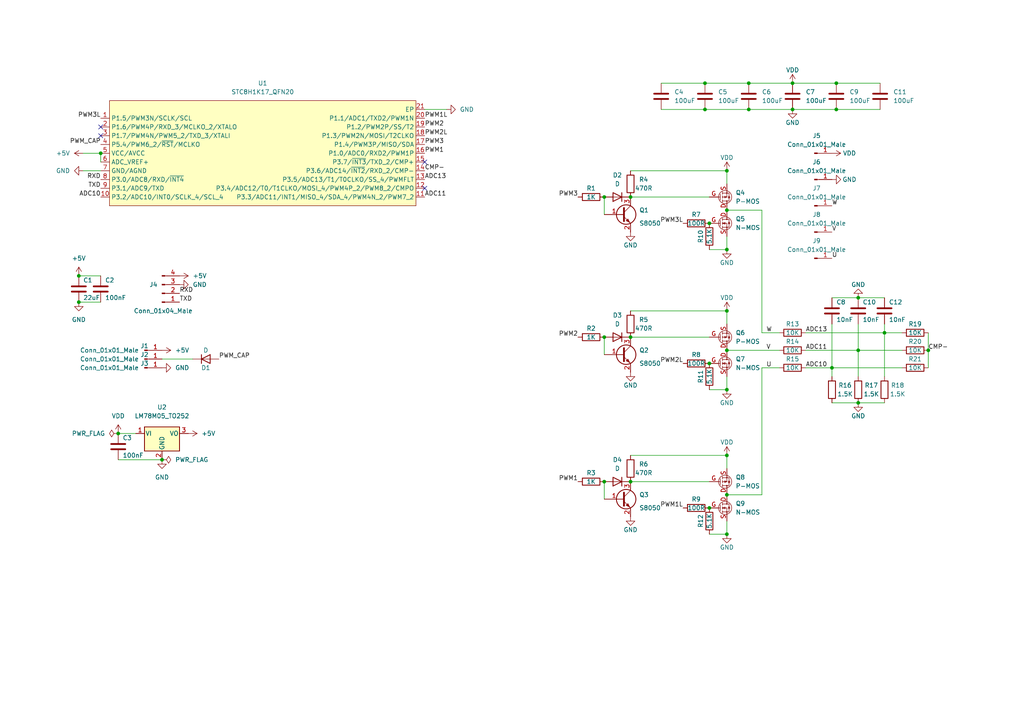
<source format=kicad_sch>
(kicad_sch (version 20211123) (generator eeschema)
  (paper "A4")
  (lib_symbols
    (symbol "Connector:Conn_01x01_Male" (pin_names (offset 1.016) hide)
      (property "Reference" "J" (at 0 2.54 0))
      (property "Value" "Conn_01x01_Male" (at 0 -2.54 0))
      (symbol "Conn_01x01_Male_1_1"
        (polyline (pts (xy 1.27 0) (xy 0.8636 0)) (stroke (width 0.1524)))
        (rectangle (start 0.8636 0.127) (end 0 -0.127) (stroke (width 0.1524)) (fill (type outline)))
        (pin passive line (at 5.08 0 180) (length 3.81) (name "Pin_1") (number "1"))
      )
    )
    (symbol "Connector:Conn_01x04_Male" (pin_names (offset 1.016) hide)
      (property "Reference" "J" (at 0 5.08 0))
      (property "Value" "Conn_01x04_Male" (at 0 -7.62 0))
      (symbol "Conn_01x04_Male_1_1"
        (polyline (pts (xy 1.27 -5.08) (xy 0.8636 -5.08)) (stroke (width 0.1524)))
        (polyline (pts (xy 1.27 -2.54) (xy 0.8636 -2.54)) (stroke (width 0.1524)))
        (polyline (pts (xy 1.27 0) (xy 0.8636 0)) (stroke (width 0.1524)))
        (polyline (pts (xy 1.27 2.54) (xy 0.8636 2.54)) (stroke (width 0.1524)))
        (rectangle (start 0.8636 -4.953) (end 0 -5.207) (stroke (width 0.1524)) (fill (type outline)))
        (rectangle (start 0.8636 -2.413) (end 0 -2.667) (stroke (width 0.1524)) (fill (type outline)))
        (rectangle (start 0.8636 0.127) (end 0 -0.127) (stroke (width 0.1524)) (fill (type outline)))
        (rectangle (start 0.8636 2.667) (end 0 2.413) (stroke (width 0.1524)) (fill (type outline)))
        (pin passive line (at 5.08 2.54 180) (length 3.81) (name "Pin_1") (number "1"))
        (pin passive line (at 5.08 0 180) (length 3.81) (name "Pin_2") (number "2"))
        (pin passive line (at 5.08 -2.54 180) (length 3.81) (name "Pin_3") (number "3"))
        (pin passive line (at 5.08 -5.08 180) (length 3.81) (name "Pin_4") (number "4"))
      )
    )
    (symbol "Del_Schlib:N-MOS" (pin_names hide)
      (property "Reference" "Q" (at 3.302 3.175 0))
      (property "Value" "N-MOS" (at 5.588 -2.54 0))
      (symbol "N-MOS_0_1"
        (polyline (pts (xy -1.27 0) (xy -0.635 0)))
        (polyline (pts (xy -0.635 0.889) (xy -0.635 -0.889)))
        (polyline (pts (xy 0 -0.762) (xy 0 -1.524)))
        (polyline (pts (xy 0 0.381) (xy 0 -0.381)))
        (polyline (pts (xy 0 1.524) (xy 0 0.762)))
        (polyline (pts (xy 1.27 -1.143) (xy 0 -1.143)))
        (polyline (pts (xy 1.27 1.143) (xy 0 1.143)))
        (polyline (pts (xy 1.651 0.254) (xy 2.159 0.254)))
        (polyline (pts (xy 1.27 -1.143) (xy 1.27 0) (xy 0 0)))
        (polyline (pts (xy 0 0) (xy 0.762 0.254) (xy 0.762 -0.254) (xy 0 0)))
        (polyline (pts (xy 1.27 -1.143) (xy 1.905 -1.143) (xy 1.905 1.143) (xy 1.27 1.143)))
        (polyline (pts (xy 1.905 0.254) (xy 1.651 -0.127) (xy 2.159 -0.127) (xy 1.905 0.254)))
        (circle (center 0.762 0) (radius 1.905))
        (circle (center 1.27 -1.143) (radius 0.127))
        (circle (center 1.27 1.143) (radius 0.127))
      )
      (symbol "N-MOS_1_1"
        (pin bidirectional line (at 1.27 3.81 270) (length 2.54) (name "D") (number "D"))
        (pin bidirectional line (at -3.81 0 0) (length 2.54) (name "G") (number "G"))
        (pin bidirectional line (at 1.27 -3.81 90) (length 2.54) (name "S") (number "S"))
      )
    )
    (symbol "Del_Schlib:P-MOS" (pin_names hide)
      (property "Reference" "Q" (at 3.302 3.175 0))
      (property "Value" "P-MOS" (at 5.588 -2.54 0))
      (symbol "P-MOS_0_1"
        (polyline (pts (xy -1.27 0) (xy -0.635 0)))
        (polyline (pts (xy -0.635 0.889) (xy -0.635 -0.889)))
        (polyline (pts (xy 0 -0.762) (xy 0 -1.524)))
        (polyline (pts (xy 0 0.381) (xy 0 -0.381)))
        (polyline (pts (xy 0 1.524) (xy 0 0.762)))
        (polyline (pts (xy 1.27 -1.143) (xy 0 -1.143)))
        (polyline (pts (xy 1.27 1.143) (xy 0 1.143)))
        (polyline (pts (xy 1.651 -0.127) (xy 2.159 -0.127)))
        (polyline (pts (xy 1.27 -1.143) (xy 1.27 0) (xy 0 0)))
        (polyline (pts (xy 1.27 -1.143) (xy 1.905 -1.143) (xy 1.905 1.143) (xy 1.27 1.143)))
        (polyline (pts (xy 1.27 0) (xy 0.635 0.254) (xy 0.635 -0.254) (xy 1.27 0)))
        (polyline (pts (xy 1.905 -0.127) (xy 1.651 0.254) (xy 2.159 0.254) (xy 1.905 -0.127)))
        (circle (center 0.762 0) (radius 1.905))
        (circle (center 1.27 -1.143) (radius 0.127))
        (circle (center 1.27 1.143) (radius 0.127))
      )
      (symbol "P-MOS_1_1"
        (pin bidirectional line (at 1.27 3.81 270) (length 2.54) (name "D") (number "D"))
        (pin bidirectional line (at -3.81 0 0) (length 2.54) (name "G") (number "G"))
        (pin bidirectional line (at 1.27 -3.81 90) (length 2.54) (name "S") (number "S"))
      )
    )
    (symbol "Del_Schlib:STC8H1K17_QFN20"
      (property "Reference" "U" (at 1.27 1.27 0))
      (property "Value" "STC8H1K17_QFN20" (at 78.74 1.27 0))
      (symbol "STC8H1K17_QFN20_0_1"
        (rectangle (start 0 0) (end 88.9 -30.48) (fill (type background)))
      )
      (symbol "STC8H1K17_QFN20_1_1"
        (pin bidirectional line (at -2.54 -5.08 0) (length 2.54) (name "P1.5/PWM3N/SCLK/SCL") (number "1"))
        (pin bidirectional line (at -2.54 -27.94 0) (length 2.54) (name "P3.2/ADC10/INT0/SCLK_4/SCL_4") (number "10"))
        (pin bidirectional line (at 91.44 -27.94 180) (length 2.54) (name "P3.3/ADC11/INT1/MISO_4/SDA_4/PWM4N_2/PWM7_2") (number "11"))
        (pin bidirectional line (at 91.44 -25.4 180) (length 2.54) (name "P3.4/ADC12/T0/T1CLKO/MOSI_4/PWM4P_2/PWM8_2/CMPO") (number "12"))
        (pin bidirectional line (at 91.44 -22.86 180) (length 2.54) (name "P3.5/ADC13/T1/T0CLKO/SS_4/PWMFLT") (number "13"))
        (pin bidirectional line (at 91.44 -20.32 180) (length 2.54) (name "P3.6/ADC14/~{INT2}/RXD_2/CMP-") (number "14"))
        (pin bidirectional line (at 91.44 -17.78 180) (length 2.54) (name "P3.7/~{INT3}/TXD_2/CMP+") (number "15"))
        (pin bidirectional line (at 91.44 -15.24 180) (length 2.54) (name "P1.0/ADC0/RXD2/PWM1P") (number "16"))
        (pin bidirectional line (at 91.44 -12.7 180) (length 2.54) (name "P1.4/PWM3P/MISO/SDA") (number "17"))
        (pin bidirectional line (at 91.44 -10.16 180) (length 2.54) (name "P1.3/PWM2N/MOSI/T2CLKO") (number "18"))
        (pin bidirectional line (at 91.44 -7.62 180) (length 2.54) (name "P1.2/PWM2P/SS/T2") (number "19"))
        (pin bidirectional line (at -2.54 -7.62 0) (length 2.54) (name "P1.6/PWM4P/RXD_3/MCLKO_2/XTALO") (number "2"))
        (pin bidirectional line (at 91.44 -5.08 180) (length 2.54) (name "P1.1/ADC1/TXD2/PWM1N") (number "20"))
        (pin power_in line (at 91.44 -2.54 180) (length 2.54) (name "EP") (number "21"))
        (pin bidirectional line (at -2.54 -10.16 0) (length 2.54) (name "P1.7/PWM4N/PWM5_2/TXD_3/XTALI") (number "3"))
        (pin bidirectional line (at -2.54 -12.7 0) (length 2.54) (name "P5.4/PWM6_2/~{RST}/MCLKO") (number "4"))
        (pin power_in line (at -2.54 -15.24 0) (length 2.54) (name "VCC/AVCC") (number "5"))
        (pin input line (at -2.54 -17.78 0) (length 2.54) (name "ADC_VREF+") (number "6"))
        (pin power_in line (at -2.54 -20.32 0) (length 2.54) (name "GND/AGND") (number "7"))
        (pin bidirectional line (at -2.54 -22.86 0) (length 2.54) (name "P3.0/ADC8/RXD/~{INT4}") (number "8"))
        (pin bidirectional line (at -2.54 -25.4 0) (length 2.54) (name "P3.1/ADC9/TXD") (number "9"))
      )
    )
    (symbol "Device:C" (pin_numbers hide) (pin_names (offset 0.254))
      (property "Reference" "C" (at 0.635 2.54 0))
      (property "Value" "C" (at 0.635 -2.54 0))
      (symbol "C_0_1"
        (polyline (pts (xy -2.032 -0.762) (xy 2.032 -0.762)) (stroke (width 0.508)))
        (polyline (pts (xy -2.032 0.762) (xy 2.032 0.762)) (stroke (width 0.508)))
      )
      (symbol "C_1_1"
        (pin passive line (at 0 3.81 270) (length 2.794) (name "~") (number "1"))
        (pin passive line (at 0 -3.81 90) (length 2.794) (name "~") (number "2"))
      )
    )
    (symbol "Device:D" (pin_numbers hide) (pin_names (offset 1.016) hide)
      (property "Reference" "D" (at 0 2.54 0))
      (property "Value" "D" (at 0 -2.54 0))
      (symbol "D_0_1"
        (polyline (pts (xy -1.27 1.27) (xy -1.27 -1.27)) (stroke (width 0.254)))
        (polyline (pts (xy 1.27 0) (xy -1.27 0)))
        (polyline (pts (xy 1.27 1.27) (xy 1.27 -1.27) (xy -1.27 0) (xy 1.27 1.27)) (stroke (width 0.254)))
      )
      (symbol "D_1_1"
        (pin passive line (at -3.81 0 0) (length 2.54) (name "K") (number "1"))
        (pin passive line (at 3.81 0 180) (length 2.54) (name "A") (number "2"))
      )
    )
    (symbol "Device:Q_NPN_BEC" (pin_names (offset 0) hide)
      (property "Reference" "Q" (at 5.08 1.27 0))
      (property "Value" "Q_NPN_BEC" (at 5.08 -1.27 0))
      (symbol "Q_NPN_BEC_0_1"
        (polyline (pts (xy 0.635 0.635) (xy 2.54 2.54)))
        (polyline (pts (xy 0.635 -0.635) (xy 2.54 -2.54) (xy 2.54 -2.54)))
        (polyline (pts (xy 0.635 1.905) (xy 0.635 -1.905) (xy 0.635 -1.905)) (stroke (width 0.508)))
        (polyline (pts (xy 1.27 -1.778) (xy 1.778 -1.27) (xy 2.286 -2.286) (xy 1.27 -1.778) (xy 1.27 -1.778)) (fill (type outline)))
        (circle (center 1.27 0) (radius 2.8194) (stroke (width 0.254)))
      )
      (symbol "Q_NPN_BEC_1_1"
        (pin input line (at -5.08 0 0) (length 5.715) (name "B") (number "1"))
        (pin passive line (at 2.54 -5.08 90) (length 2.54) (name "E") (number "2"))
        (pin passive line (at 2.54 5.08 270) (length 2.54) (name "C") (number "3"))
      )
    )
    (symbol "Device:R" (pin_numbers hide) (pin_names (offset 0))
      (property "Reference" "R" (at 2.032 0 90))
      (property "Value" "R" (at 0 0 90))
      (symbol "R_0_1"
        (rectangle (start -1.016 -2.54) (end 1.016 2.54) (stroke (width 0.254)))
      )
      (symbol "R_1_1"
        (pin passive line (at 0 3.81 270) (length 1.27) (name "~") (number "1"))
        (pin passive line (at 0 -3.81 90) (length 1.27) (name "~") (number "2"))
      )
    )
    (symbol "Regulator_Linear:LM78M05_TO252" (pin_names (offset 0.254))
      (property "Reference" "U" (at -3.81 3.175 0))
      (property "Value" "LM78M05_TO252" (at 0 3.175 0))
      (symbol "LM78M05_TO252_0_1"
        (rectangle (start -5.08 1.905) (end 5.08 -5.08) (stroke (width 0.254)) (fill (type background)))
      )
      (symbol "LM78M05_TO252_1_1"
        (pin power_in line (at -7.62 0 0) (length 2.54) (name "VI") (number "1"))
        (pin power_in line (at 0 -7.62 90) (length 2.54) (name "GND") (number "2"))
        (pin power_out line (at 7.62 0 180) (length 2.54) (name "VO") (number "3"))
      )
    )
    (symbol "power:+5V" (power) (pin_names (offset 0))
      (property "Value" "+5V" (at 0 3.556 0))
      (symbol "+5V_0_1"
        (polyline (pts (xy -0.762 1.27) (xy 0 2.54)))
        (polyline (pts (xy 0 0) (xy 0 2.54)))
        (polyline (pts (xy 0 2.54) (xy 0.762 1.27)))
      )
      (symbol "+5V_1_1"
        (pin power_in line (at 0 0 90) (length 0) hide (name "+5V") (number "1"))
      )
    )
    (symbol "power:GND" (power) (pin_names (offset 0))
      (property "Value" "GND" (at 0 -3.81 0))
      (symbol "GND_0_1"
        (polyline (pts (xy 0 0) (xy 0 -1.27) (xy 1.27 -1.27) (xy 0 -2.54) (xy -1.27 -1.27) (xy 0 -1.27)))
      )
      (symbol "GND_1_1"
        (pin power_in line (at 0 0 270) (length 0) hide (name "GND") (number "1"))
      )
    )
    (symbol "power:PWR_FLAG" (power) (pin_numbers hide) (pin_names (offset 0) hide)
      (property "Value" "PWR_FLAG" (at 0 3.81 0))
      (symbol "PWR_FLAG_0_0"
        (pin power_out line (at 0 0 90) (length 0) (name "pwr") (number "1"))
      )
      (symbol "PWR_FLAG_0_1"
        (polyline (pts (xy 0 0) (xy 0 1.27) (xy -1.016 1.905) (xy 0 2.54) (xy 1.016 1.905) (xy 0 1.27)))
      )
    )
    (symbol "power:VDD" (power) (pin_names (offset 0))
      (property "Value" "VDD" (at 0 3.81 0))
      (symbol "VDD_0_1"
        (polyline (pts (xy -0.762 1.27) (xy 0 2.54)))
        (polyline (pts (xy 0 0) (xy 0 2.54)))
        (polyline (pts (xy 0 2.54) (xy 0.762 1.27)))
      )
      (symbol "VDD_1_1"
        (pin power_in line (at 0 0 90) (length 0) hide (name "VDD") (number "1"))
      )
    )
  )
  (junction (at 210.82 113.03))
  (junction (at 269.24 101.6))
  (junction (at 242.57 31.75))
  (junction (at 205.74 105.41))
  (junction (at 210.82 154.94))
  (junction (at 242.57 24.13))
  (junction (at 182.88 139.7))
  (junction (at 229.87 24.13))
  (junction (at 204.47 31.75))
  (junction (at 256.54 96.52))
  (junction (at 22.86 87.63))
  (junction (at 46.99 133.35))
  (junction (at 22.86 80.01))
  (junction (at 205.74 64.77))
  (junction (at 205.74 147.32))
  (junction (at 248.92 101.6))
  (junction (at 175.26 97.79))
  (junction (at 248.92 116.84))
  (junction (at 29.21 44.45))
  (junction (at 210.82 49.53))
  (junction (at 217.17 24.13))
  (junction (at 210.82 101.6))
  (junction (at 210.82 143.51))
  (junction (at 34.29 125.73))
  (junction (at 175.26 57.15))
  (junction (at 241.3 106.68))
  (junction (at 210.82 60.96))
  (junction (at 182.88 97.79))
  (junction (at 217.17 31.75))
  (junction (at 210.82 90.17))
  (junction (at 210.82 72.39))
  (junction (at 229.87 31.75))
  (junction (at 248.92 86.36))
  (junction (at 204.47 24.13))
  (junction (at 175.26 139.7))
  (junction (at 210.82 132.08))
  (junction (at 182.88 57.15))
  (no_connect (at 123.19 54.61))
  (no_connect (at 29.21 36.83))
  (no_connect (at 29.21 39.37))
  (no_connect (at 123.19 46.99))
  (wire (pts (xy 191.77 24.13) (xy 204.47 24.13)))
  (wire (pts (xy 210.82 132.08) (xy 210.82 135.89)))
  (wire (pts (xy 205.74 154.94) (xy 210.82 154.94)))
  (wire (pts (xy 175.26 57.15) (xy 175.26 62.23)))
  (wire (pts (xy 210.82 113.03) (xy 210.82 109.22)))
  (wire (pts (xy 210.82 101.6) (xy 226.06 101.6)))
  (wire (pts (xy 220.98 60.96) (xy 220.98 96.52)))
  (wire (pts (xy 241.3 106.68) (xy 241.3 109.22)))
  (wire (pts (xy 182.88 139.7) (xy 205.74 139.7)))
  (wire (pts (xy 256.54 96.52) (xy 261.62 96.52)))
  (wire (pts (xy 210.82 60.96) (xy 220.98 60.96)))
  (wire (pts (xy 191.77 31.75) (xy 204.47 31.75)))
  (wire (pts (xy 205.74 113.03) (xy 210.82 113.03)))
  (wire (pts (xy 22.86 80.01) (xy 29.21 80.01)))
  (wire (pts (xy 220.98 106.68) (xy 226.06 106.68)))
  (wire (pts (xy 204.47 31.75) (xy 217.17 31.75)))
  (wire (pts (xy 22.86 87.63) (xy 29.21 87.63)))
  (wire (pts (xy 182.88 90.17) (xy 210.82 90.17)))
  (wire (pts (xy 233.68 106.68) (xy 241.3 106.68)))
  (wire (pts (xy 248.92 101.6) (xy 248.92 109.22)))
  (wire (pts (xy 29.21 44.45) (xy 29.21 46.99)))
  (wire (pts (xy 182.88 49.53) (xy 210.82 49.53)))
  (wire (pts (xy 248.92 116.84) (xy 256.54 116.84)))
  (wire (pts (xy 248.92 93.98) (xy 248.92 101.6)))
  (wire (pts (xy 233.68 96.52) (xy 256.54 96.52)))
  (wire (pts (xy 123.19 31.75) (xy 129.54 31.75)))
  (wire (pts (xy 220.98 143.51) (xy 220.98 106.68)))
  (wire (pts (xy 24.13 44.45) (xy 29.21 44.45)))
  (wire (pts (xy 241.3 106.68) (xy 261.62 106.68)))
  (wire (pts (xy 241.3 93.98) (xy 241.3 106.68)))
  (wire (pts (xy 205.74 72.39) (xy 210.82 72.39)))
  (wire (pts (xy 210.82 143.51) (xy 220.98 143.51)))
  (wire (pts (xy 217.17 24.13) (xy 229.87 24.13)))
  (wire (pts (xy 204.47 24.13) (xy 217.17 24.13)))
  (wire (pts (xy 248.92 101.6) (xy 261.62 101.6)))
  (wire (pts (xy 182.88 57.15) (xy 205.74 57.15)))
  (wire (pts (xy 256.54 93.98) (xy 256.54 96.52)))
  (wire (pts (xy 210.82 49.53) (xy 210.82 53.34)))
  (wire (pts (xy 241.3 86.36) (xy 248.92 86.36)))
  (wire (pts (xy 210.82 72.39) (xy 210.82 68.58)))
  (wire (pts (xy 269.24 96.52) (xy 269.24 101.6)))
  (wire (pts (xy 229.87 24.13) (xy 242.57 24.13)))
  (wire (pts (xy 24.13 49.53) (xy 29.21 49.53)))
  (wire (pts (xy 242.57 31.75) (xy 255.27 31.75)))
  (wire (pts (xy 210.82 154.94) (xy 210.82 151.13)))
  (wire (pts (xy 182.88 132.08) (xy 210.82 132.08)))
  (wire (pts (xy 210.82 90.17) (xy 210.82 93.98)))
  (wire (pts (xy 233.68 101.6) (xy 248.92 101.6)))
  (wire (pts (xy 241.3 116.84) (xy 248.92 116.84)))
  (wire (pts (xy 220.98 96.52) (xy 226.06 96.52)))
  (wire (pts (xy 242.57 24.13) (xy 255.27 24.13)))
  (wire (pts (xy 175.26 97.79) (xy 175.26 102.87)))
  (wire (pts (xy 34.29 125.73) (xy 39.37 125.73)))
  (wire (pts (xy 248.92 86.36) (xy 256.54 86.36)))
  (wire (pts (xy 217.17 31.75) (xy 229.87 31.75)))
  (wire (pts (xy 175.26 139.7) (xy 175.26 144.78)))
  (wire (pts (xy 229.87 31.75) (xy 242.57 31.75)))
  (wire (pts (xy 46.99 104.14) (xy 55.88 104.14)))
  (wire (pts (xy 182.88 97.79) (xy 205.74 97.79)))
  (wire (pts (xy 256.54 96.52) (xy 256.54 109.22)))
  (wire (pts (xy 269.24 101.6) (xy 269.24 106.68)))
  (wire (pts (xy 34.29 133.35) (xy 46.99 133.35)))
  (label "ADC11" (at 123.19 57.15 0))
  (label "PWM3L" (at 198.12 64.77 180))
  (label "PWM_CAP" (at 63.5 104.14 0))
  (label "PWM_CAP" (at 29.21 41.91 180))
  (label "TXD" (at 29.21 54.61 180))
  (label "PWM3" (at 167.64 57.15 180))
  (label "RXD" (at 52.07 85.09 0))
  (label "PWM2" (at 167.64 97.79 180))
  (label "CMP-" (at 269.24 101.6 0))
  (label "U" (at 222.25 106.68 0))
  (label "PWM1L" (at 198.12 147.32 180))
  (label "PWM1" (at 123.19 44.45 0))
  (label "W" (at 222.25 96.52 0))
  (label "ADC13" (at 123.19 52.07 0))
  (label "ADC11" (at 233.68 101.6 0))
  (label "W" (at 241.3 59.69 0))
  (label "V" (at 222.25 101.6 0))
  (label "V" (at 241.3 67.31 0))
  (label "PWM1L" (at 123.19 34.29 0))
  (label "PWM2L" (at 198.12 105.41 180))
  (label "U" (at 241.3 74.93 0))
  (label "RXD" (at 29.21 52.07 180))
  (label "ADC10" (at 29.21 57.15 180))
  (label "PWM3" (at 123.19 41.91 0))
  (label "CMP-" (at 123.19 49.53 0))
  (label "PWM2" (at 123.19 36.83 0))
  (label "TXD" (at 52.07 87.63 0))
  (label "ADC13" (at 233.68 96.52 0))
  (label "ADC10" (at 233.68 106.68 0))
  (label "PWM3L" (at 29.21 34.29 180))
  (label "PWM1" (at 167.64 139.7 180))
  (label "PWM2L" (at 123.19 39.37 0))
  (symbol (lib_id "Device:R") (at 171.45 57.15 90) (unit 1)
    (property "Reference" "R1" (at 171.45 54.61 90))
    (property "Value" "1K" (at 171.45 57.15 90))
    (property "Footprint" "Resistor_SMD:R_0603_1608Metric_Pad0.98x0.95mm_HandSolder" (effects hide))
  )
  (symbol (lib_id "Del_Schlib:STC8H1K17_QFN20") (at 31.75 29.21 0) (unit 1)
    (property "Reference" "U1" (at 76.2 24.13 0))
    (property "Value" "STC8H1K17_QFN20" (at 76.2 26.67 0))
    (property "Footprint" "Package_DFN_QFN:QFN-20-1EP_3x3mm_P0.4mm_EP1.65x1.65mm" (effects hide))
  )
  (symbol (lib_id "Device:C") (at 29.21 83.82 0) (unit 1)
    (property "Reference" "C2" (at 30.48 81.28 0) (effects (justify left)))
    (property "Value" "100nF" (at 30.48 86.36 0) (effects (justify left)))
    (property "Footprint" "Capacitor_SMD:C_0603_1608Metric_Pad1.08x0.95mm_HandSolder" (effects hide))
  )
  (symbol (lib_id "Device:C") (at 34.29 129.54 0) (unit 1)
    (property "Reference" "C3" (at 35.56 127 0) (effects (justify left)))
    (property "Value" "100nF" (at 35.56 132.08 0) (effects (justify left)))
    (property "Footprint" "Capacitor_SMD:C_0603_1608Metric_Pad1.08x0.95mm_HandSolder" (effects hide))
  )
  (symbol (lib_id "Device:R") (at 201.93 105.41 90) (unit 1)
    (property "Reference" "R8" (at 201.93 102.87 90))
    (property "Value" "100R" (at 201.93 105.41 90))
    (property "Footprint" "Resistor_SMD:R_0603_1608Metric_Pad0.98x0.95mm_HandSolder" (effects hide))
  )
  (symbol (lib_id "Device:D") (at 179.07 57.15 180) (unit 1)
    (property "Reference" "D2" (at 179.07 50.8 0))
    (property "Value" "D" (at 179.07 53.34 0))
    (property "Footprint" "Diode_SMD:D_SOD-123" (effects hide))
  )
  (symbol (lib_id "power:VDD") (at 210.82 49.53 0) (unit 1)
    (property "Reference" "#PWR016" (effects hide))
    (property "Value" "VDD" (at 210.82 45.72 0))
  )
  (symbol (lib_id "power:PWR_FLAG") (at 34.29 125.73 90) (unit 1)
    (property "Reference" "#FLG01" (effects hide))
    (property "Value" "PWR_FLAG" (at 30.48 125.7299 90) (effects (justify left)))
  )
  (symbol (lib_id "power:GND") (at 241.3 52.07 90) (unit 1)
    (property "Reference" "#PWR025" (effects hide))
    (property "Value" "GND" (at 246.38 52.07 90))
  )
  (symbol (lib_id "power:GND") (at 24.13 49.53 270) (unit 1)
    (property "Reference" "#PWR04" (effects hide))
    (property "Value" "GND" (at 20.32 49.5299 90) (effects (justify right)))
  )
  (symbol (lib_id "Del_Schlib:P-MOS") (at 209.55 139.7 0) (mirror x) (unit 1)
    (property "Reference" "Q8" (at 213.36 138.4299 0) (effects (justify left)))
    (property "Value" "P-MOS" (at 213.36 140.9699 0) (effects (justify left)))
    (property "Footprint" "Del:P-MOS-TO-252-2" (effects hide))
  )
  (symbol (lib_id "power:GND") (at 182.88 107.95 0) (unit 1)
    (property "Reference" "#PWR014" (effects hide))
    (property "Value" "GND" (at 182.88 111.76 0))
  )
  (symbol (lib_id "Device:R") (at 265.43 106.68 90) (unit 1)
    (property "Reference" "R21" (at 265.43 104.14 90))
    (property "Value" "10K" (at 265.43 106.68 90))
    (property "Footprint" "Resistor_SMD:R_0603_1608Metric_Pad0.98x0.95mm_HandSolder" (effects hide))
  )
  (symbol (lib_id "Device:C") (at 204.47 27.94 0) (unit 1)
    (property "Reference" "C5" (at 208.28 26.6699 0) (effects (justify left)))
    (property "Value" "100uF" (at 208.28 29.2099 0) (effects (justify left)))
    (property "Footprint" "Capacitor_SMD:C_1210_3225Metric" (effects hide))
  )
  (symbol (lib_id "Device:C") (at 217.17 27.94 0) (unit 1)
    (property "Reference" "C6" (at 220.98 26.6699 0) (effects (justify left)))
    (property "Value" "100uF" (at 220.98 29.2099 0) (effects (justify left)))
    (property "Footprint" "Capacitor_SMD:C_1210_3225Metric" (effects hide))
  )
  (symbol (lib_id "Device:D") (at 59.69 104.14 0) (unit 1)
    (property "Reference" "D1" (at 59.69 106.68 0))
    (property "Value" "D" (at 59.69 101.6 0))
    (property "Footprint" "Diode_SMD:D_SOD-123" (effects hide))
  )
  (symbol (lib_id "Connector:Conn_01x01_Male") (at 41.91 101.6 0) (unit 1)
    (property "Reference" "J1" (at 41.91 100.33 0))
    (property "Value" "Conn_01x01_Male" (at 31.75 101.6 0))
    (property "Footprint" "Del:PAD_RECT" (effects hide))
  )
  (symbol (lib_id "Device:D") (at 179.07 139.7 180) (unit 1)
    (property "Reference" "D4" (at 179.07 133.35 0))
    (property "Value" "D" (at 179.07 135.89 0))
    (property "Footprint" "Diode_SMD:D_SOD-123" (effects hide))
  )
  (symbol (lib_id "Connector:Conn_01x01_Male") (at 236.22 44.45 0) (unit 1)
    (property "Reference" "J5" (at 236.855 39.37 0))
    (property "Value" "Conn_01x01_Male" (at 236.855 41.91 0))
    (property "Footprint" "Del:PAD_RECT" (effects hide))
  )
  (symbol (lib_id "Device:R") (at 248.92 113.03 180) (unit 1)
    (property "Reference" "R17" (at 252.73 111.76 0))
    (property "Value" "1.5K" (at 252.73 114.3 0))
    (property "Footprint" "Resistor_SMD:R_0603_1608Metric_Pad0.98x0.95mm_HandSolder" (effects hide))
  )
  (symbol (lib_id "power:VDD") (at 241.3 44.45 270) (unit 1)
    (property "Reference" "#PWR024" (effects hide))
    (property "Value" "VDD" (at 246.38 44.45 90))
  )
  (symbol (lib_id "Del_Schlib:P-MOS") (at 209.55 57.15 0) (mirror x) (unit 1)
    (property "Reference" "Q4" (at 213.36 55.8799 0) (effects (justify left)))
    (property "Value" "P-MOS" (at 213.36 58.4199 0) (effects (justify left)))
    (property "Footprint" "Del:P-MOS-TO-252-2" (effects hide))
  )
  (symbol (lib_id "power:+5V") (at 22.86 80.01 0) (unit 1)
    (property "Reference" "#PWR01" (effects hide))
    (property "Value" "+5V" (at 22.86 74.93 0))
  )
  (symbol (lib_id "Device:R") (at 256.54 113.03 180) (unit 1)
    (property "Reference" "R18" (at 260.35 111.76 0))
    (property "Value" "1.5K" (at 260.35 114.3 0))
    (property "Footprint" "Resistor_SMD:R_0603_1608Metric_Pad0.98x0.95mm_HandSolder" (effects hide))
  )
  (symbol (lib_id "power:VDD") (at 210.82 90.17 0) (unit 1)
    (property "Reference" "#PWR018" (effects hide))
    (property "Value" "VDD" (at 210.82 86.36 0))
  )
  (symbol (lib_id "power:+5V") (at 54.61 125.73 270) (unit 1)
    (property "Reference" "#PWR011" (effects hide))
    (property "Value" "+5V" (at 58.42 125.7299 90) (effects (justify left)))
  )
  (symbol (lib_id "power:GND") (at 182.88 67.31 0) (unit 1)
    (property "Reference" "#PWR013" (effects hide))
    (property "Value" "GND" (at 182.88 71.12 0))
  )
  (symbol (lib_id "Connector:Conn_01x01_Male") (at 236.22 67.31 0) (unit 1)
    (property "Reference" "J8" (at 236.855 62.23 0))
    (property "Value" "Conn_01x01_Male" (at 236.855 64.77 0))
    (property "Footprint" "Del:PAD_RECT" (effects hide))
  )
  (symbol (lib_id "power:+5V") (at 52.07 80.01 270) (unit 1)
    (property "Reference" "#PWR09" (effects hide))
    (property "Value" "+5V" (at 55.88 80.0099 90) (effects (justify left)))
  )
  (symbol (lib_id "Device:R") (at 265.43 101.6 90) (unit 1)
    (property "Reference" "R20" (at 265.43 99.06 90))
    (property "Value" "10K" (at 265.43 101.6 90))
    (property "Footprint" "Resistor_SMD:R_0603_1608Metric_Pad0.98x0.95mm_HandSolder" (effects hide))
  )
  (symbol (lib_id "Device:C") (at 248.92 90.17 0) (unit 1)
    (property "Reference" "C10" (at 250.19 87.63 0) (effects (justify left)))
    (property "Value" "10nF" (at 250.19 92.71 0) (effects (justify left)))
    (property "Footprint" "Capacitor_SMD:C_0603_1608Metric_Pad1.08x0.95mm_HandSolder" (effects hide))
  )
  (symbol (lib_id "Device:R") (at 171.45 139.7 90) (unit 1)
    (property "Reference" "R3" (at 171.45 137.16 90))
    (property "Value" "1K" (at 171.45 139.7 90))
    (property "Footprint" "Resistor_SMD:R_0603_1608Metric_Pad0.98x0.95mm_HandSolder" (effects hide))
  )
  (symbol (lib_id "Del_Schlib:N-MOS") (at 209.55 105.41 0) (unit 1)
    (property "Reference" "Q7" (at 213.36 104.1399 0) (effects (justify left)))
    (property "Value" "N-MOS" (at 213.36 106.6799 0) (effects (justify left)))
    (property "Footprint" "Del:N-MOS-TO-252-2" (effects hide))
  )
  (symbol (lib_id "power:GND") (at 129.54 31.75 90) (unit 1)
    (property "Reference" "#PWR012" (effects hide))
    (property "Value" "GND" (at 133.35 31.7499 90) (effects (justify right)))
  )
  (symbol (lib_id "power:+5V") (at 46.99 101.6 270) (unit 1)
    (property "Reference" "#PWR06" (effects hide))
    (property "Value" "+5V" (at 50.8 101.5999 90) (effects (justify left)))
  )
  (symbol (lib_id "power:GND") (at 46.99 133.35 0) (unit 1)
    (property "Reference" "#PWR08" (effects hide))
    (property "Value" "GND" (at 46.99 138.43 0))
  )
  (symbol (lib_id "Del_Schlib:N-MOS") (at 209.55 64.77 0) (unit 1)
    (property "Reference" "Q5" (at 213.36 63.4999 0) (effects (justify left)))
    (property "Value" "N-MOS" (at 213.36 66.0399 0) (effects (justify left)))
    (property "Footprint" "Del:N-MOS-TO-252-2" (effects hide))
  )
  (symbol (lib_id "Device:R") (at 265.43 96.52 90) (unit 1)
    (property "Reference" "R19" (at 265.43 93.98 90))
    (property "Value" "10K" (at 265.43 96.52 90))
    (property "Footprint" "Resistor_SMD:R_0603_1608Metric_Pad0.98x0.95mm_HandSolder" (effects hide))
  )
  (symbol (lib_id "power:GND") (at 210.82 72.39 0) (unit 1)
    (property "Reference" "#PWR017" (effects hide))
    (property "Value" "GND" (at 210.82 76.2 0))
  )
  (symbol (lib_id "Device:C") (at 255.27 27.94 0) (unit 1)
    (property "Reference" "C11" (at 259.08 26.6699 0) (effects (justify left)))
    (property "Value" "100uF" (at 259.08 29.2099 0) (effects (justify left)))
    (property "Footprint" "Capacitor_SMD:C_1210_3225Metric" (effects hide))
  )
  (symbol (lib_id "power:GND") (at 248.92 116.84 0) (unit 1)
    (property "Reference" "#PWR027" (effects hide))
    (property "Value" "GND" (at 248.92 120.65 0))
  )
  (symbol (lib_id "Connector:Conn_01x01_Male") (at 236.22 52.07 0) (unit 1)
    (property "Reference" "J6" (at 236.855 46.99 0))
    (property "Value" "Conn_01x01_Male" (at 236.855 49.53 0))
    (property "Footprint" "Del:PAD_RECT" (effects hide))
  )
  (symbol (lib_id "Device:C") (at 22.86 83.82 0) (unit 1)
    (property "Reference" "C1" (at 24.13 81.28 0) (effects (justify left)))
    (property "Value" "22uF" (at 24.13 86.36 0) (effects (justify left)))
    (property "Footprint" "Capacitor_SMD:C_1206_3216Metric" (effects hide))
  )
  (symbol (lib_id "Device:C") (at 229.87 27.94 0) (unit 1)
    (property "Reference" "C7" (at 233.68 26.6699 0) (effects (justify left)))
    (property "Value" "100uF" (at 233.68 29.2099 0) (effects (justify left)))
    (property "Footprint" "Capacitor_SMD:C_1210_3225Metric" (effects hide))
  )
  (symbol (lib_id "Device:R") (at 182.88 93.98 180) (unit 1)
    (property "Reference" "R5" (at 186.69 92.71 0))
    (property "Value" "470R" (at 186.69 95.25 0))
    (property "Footprint" "Resistor_SMD:R_0603_1608Metric_Pad0.98x0.95mm_HandSolder" (effects hide))
  )
  (symbol (lib_id "power:VDD") (at 34.29 125.73 0) (unit 1)
    (property "Reference" "#PWR05" (effects hide))
    (property "Value" "VDD" (at 34.29 120.65 0))
  )
  (symbol (lib_id "Device:Q_NPN_BEC") (at 180.34 62.23 0) (unit 1)
    (property "Reference" "Q1" (at 185.42 60.9599 0) (effects (justify left)))
    (property "Value" "S8050" (at 185.42 64.77 0) (effects (justify left)))
    (property "Footprint" "Package_TO_SOT_SMD:SOT-23" (effects hide))
  )
  (symbol (lib_id "Device:R") (at 205.74 151.13 180) (unit 1)
    (property "Reference" "R12" (at 203.2 151.13 90))
    (property "Value" "5.1K" (at 205.74 151.13 90))
    (property "Footprint" "Resistor_SMD:R_0603_1608Metric_Pad0.98x0.95mm_HandSolder" (effects hide))
  )
  (symbol (lib_id "power:GND") (at 182.88 149.86 0) (unit 1)
    (property "Reference" "#PWR015" (effects hide))
    (property "Value" "GND" (at 182.88 153.67 0))
  )
  (symbol (lib_id "power:GND") (at 248.92 86.36 180) (unit 1)
    (property "Reference" "#PWR026" (effects hide))
    (property "Value" "GND" (at 248.92 82.55 0))
  )
  (symbol (lib_id "Device:C") (at 256.54 90.17 0) (unit 1)
    (property "Reference" "C12" (at 257.81 87.63 0) (effects (justify left)))
    (property "Value" "10nF" (at 257.81 92.71 0) (effects (justify left)))
    (property "Footprint" "Capacitor_SMD:C_0603_1608Metric_Pad1.08x0.95mm_HandSolder" (effects hide))
  )
  (symbol (lib_id "power:GND") (at 210.82 154.94 0) (unit 1)
    (property "Reference" "#PWR021" (effects hide))
    (property "Value" "GND" (at 210.82 158.75 0))
  )
  (symbol (lib_id "Device:R") (at 201.93 147.32 90) (unit 1)
    (property "Reference" "R9" (at 201.93 144.78 90))
    (property "Value" "100R" (at 201.93 147.32 90))
    (property "Footprint" "Resistor_SMD:R_0603_1608Metric_Pad0.98x0.95mm_HandSolder" (effects hide))
  )
  (symbol (lib_id "Regulator_Linear:LM78M05_TO252") (at 46.99 125.73 0) (unit 1)
    (property "Reference" "U2" (at 46.99 118.11 0))
    (property "Value" "LM78M05_TO252" (at 46.99 120.65 0))
    (property "Footprint" "Package_TO_SOT_SMD:TO-252-2" (effects hide))
    (property "Datasheet" "https://www.onsemi.com/pub/Collateral/MC78M00-D.PDF" (effects hide))
  )
  (symbol (lib_id "Device:R") (at 182.88 135.89 180) (unit 1)
    (property "Reference" "R6" (at 186.69 134.62 0))
    (property "Value" "470R" (at 186.69 137.16 0))
    (property "Footprint" "Resistor_SMD:R_0603_1608Metric_Pad0.98x0.95mm_HandSolder" (effects hide))
  )
  (symbol (lib_id "Device:R") (at 229.87 101.6 90) (unit 1)
    (property "Reference" "R14" (at 229.87 99.06 90))
    (property "Value" "10K" (at 229.87 101.6 90))
    (property "Footprint" "Resistor_SMD:R_0603_1608Metric_Pad0.98x0.95mm_HandSolder" (effects hide))
  )
  (symbol (lib_id "Device:C") (at 241.3 90.17 0) (unit 1)
    (property "Reference" "C8" (at 242.57 87.63 0) (effects (justify left)))
    (property "Value" "10nF" (at 242.57 92.71 0) (effects (justify left)))
    (property "Footprint" "Capacitor_SMD:C_0603_1608Metric_Pad1.08x0.95mm_HandSolder" (effects hide))
  )
  (symbol (lib_id "Connector:Conn_01x01_Male") (at 41.91 106.68 0) (unit 1)
    (property "Reference" "J3" (at 41.91 105.41 0))
    (property "Value" "Conn_01x01_Male" (at 31.75 106.68 0))
    (property "Footprint" "Del:PAD_RECT" (effects hide))
  )
  (symbol (lib_id "Device:R") (at 171.45 97.79 90) (unit 1)
    (property "Reference" "R2" (at 171.45 95.25 90))
    (property "Value" "1K" (at 171.45 97.79 90))
    (property "Footprint" "Resistor_SMD:R_0603_1608Metric_Pad0.98x0.95mm_HandSolder" (effects hide))
  )
  (symbol (lib_id "Connector:Conn_01x01_Male") (at 41.91 104.14 0) (unit 1)
    (property "Reference" "J2" (at 41.91 102.87 0))
    (property "Value" "Conn_01x01_Male" (at 31.75 104.14 0))
    (property "Footprint" "Del:PAD_RECT" (effects hide))
  )
  (symbol (lib_id "Device:R") (at 182.88 53.34 180) (unit 1)
    (property "Reference" "R4" (at 186.69 52.07 0))
    (property "Value" "470R" (at 186.69 54.61 0))
    (property "Footprint" "Resistor_SMD:R_0603_1608Metric_Pad0.98x0.95mm_HandSolder" (effects hide))
  )
  (symbol (lib_id "Device:R") (at 205.74 109.22 180) (unit 1)
    (property "Reference" "R11" (at 203.2 109.22 90))
    (property "Value" "5.1K" (at 205.74 109.22 90))
    (property "Footprint" "Resistor_SMD:R_0603_1608Metric_Pad0.98x0.95mm_HandSolder" (effects hide))
  )
  (symbol (lib_id "Device:C") (at 242.57 27.94 0) (unit 1)
    (property "Reference" "C9" (at 246.38 26.6699 0) (effects (justify left)))
    (property "Value" "100uF" (at 246.38 29.2099 0) (effects (justify left)))
    (property "Footprint" "Capacitor_SMD:C_1210_3225Metric" (effects hide))
  )
  (symbol (lib_id "power:PWR_FLAG") (at 46.99 133.35 270) (unit 1)
    (property "Reference" "#FLG0101" (effects hide))
    (property "Value" "PWR_FLAG" (at 50.8 133.3499 90) (effects (justify left)))
  )
  (symbol (lib_id "power:VDD") (at 229.87 24.13 0) (unit 1)
    (property "Reference" "#PWR022" (effects hide))
    (property "Value" "VDD" (at 229.87 20.32 0))
  )
  (symbol (lib_id "Device:R") (at 205.74 68.58 180) (unit 1)
    (property "Reference" "R10" (at 203.2 68.58 90))
    (property "Value" "5.1K" (at 205.74 68.58 90))
    (property "Footprint" "Resistor_SMD:R_0603_1608Metric_Pad0.98x0.95mm_HandSolder" (effects hide))
  )
  (symbol (lib_id "Device:D") (at 179.07 97.79 180) (unit 1)
    (property "Reference" "D3" (at 179.07 91.44 0))
    (property "Value" "D" (at 179.07 93.98 0))
    (property "Footprint" "Diode_SMD:D_SOD-123" (effects hide))
  )
  (symbol (lib_id "Device:R") (at 241.3 113.03 180) (unit 1)
    (property "Reference" "R16" (at 245.11 111.76 0))
    (property "Value" "1.5K" (at 245.11 114.3 0))
    (property "Footprint" "Resistor_SMD:R_0603_1608Metric_Pad0.98x0.95mm_HandSolder" (effects hide))
  )
  (symbol (lib_id "power:GND") (at 22.86 87.63 0) (unit 1)
    (property "Reference" "#PWR02" (effects hide))
    (property "Value" "GND" (at 22.86 92.71 0))
  )
  (symbol (lib_id "Connector:Conn_01x01_Male") (at 236.22 59.69 0) (unit 1)
    (property "Reference" "J7" (at 236.855 54.61 0))
    (property "Value" "Conn_01x01_Male" (at 236.855 57.15 0))
    (property "Footprint" "Del:PAD_RECT" (effects hide))
  )
  (symbol (lib_id "power:GND") (at 52.07 82.55 90) (unit 1)
    (property "Reference" "#PWR010" (effects hide))
    (property "Value" "GND" (at 55.88 82.5499 90) (effects (justify right)))
  )
  (symbol (lib_id "power:+5V") (at 24.13 44.45 90) (unit 1)
    (property "Reference" "#PWR03" (effects hide))
    (property "Value" "+5V" (at 20.32 44.4499 90) (effects (justify left)))
  )
  (symbol (lib_id "Device:C") (at 191.77 27.94 0) (unit 1)
    (property "Reference" "C4" (at 195.58 26.6699 0) (effects (justify left)))
    (property "Value" "100uF" (at 195.58 29.2099 0) (effects (justify left)))
    (property "Footprint" "Capacitor_SMD:C_1210_3225Metric" (effects hide))
  )
  (symbol (lib_id "power:GND") (at 210.82 113.03 0) (unit 1)
    (property "Reference" "#PWR019" (effects hide))
    (property "Value" "GND" (at 210.82 116.84 0))
  )
  (symbol (lib_id "Del_Schlib:P-MOS") (at 209.55 97.79 0) (mirror x) (unit 1)
    (property "Reference" "Q6" (at 213.36 96.5199 0) (effects (justify left)))
    (property "Value" "P-MOS" (at 213.36 99.0599 0) (effects (justify left)))
    (property "Footprint" "Del:P-MOS-TO-252-2" (effects hide))
  )
  (symbol (lib_id "power:GND") (at 46.99 106.68 90) (unit 1)
    (property "Reference" "#PWR07" (effects hide))
    (property "Value" "GND" (at 50.8 106.6799 90) (effects (justify right)))
  )
  (symbol (lib_id "Del_Schlib:N-MOS") (at 209.55 147.32 0) (unit 1)
    (property "Reference" "Q9" (at 213.36 146.0499 0) (effects (justify left)))
    (property "Value" "N-MOS" (at 213.36 148.5899 0) (effects (justify left)))
    (property "Footprint" "Del:N-MOS-TO-252-2" (effects hide))
  )
  (symbol (lib_id "Connector:Conn_01x04_Male") (at 46.99 85.09 0) (mirror x) (unit 1)
    (property "Reference" "J4" (at 45.72 82.5499 0) (effects (justify right)))
    (property "Value" "Conn_01x04_Male" (at 55.88 90.17 0) (effects (justify right)))
    (property "Footprint" "Del:SH1.0mm_4P_WT" (effects hide))
  )
  (symbol (lib_id "power:GND") (at 229.87 31.75 0) (unit 1)
    (property "Reference" "#PWR023" (effects hide))
    (property "Value" "GND" (at 229.87 35.56 0))
  )
  (symbol (lib_id "power:VDD") (at 210.82 132.08 0) (unit 1)
    (property "Reference" "#PWR020" (effects hide))
    (property "Value" "VDD" (at 210.82 128.27 0))
  )
  (symbol (lib_id "Connector:Conn_01x01_Male") (at 236.22 74.93 0) (unit 1)
    (property "Reference" "J9" (at 236.855 69.85 0))
    (property "Value" "Conn_01x01_Male" (at 236.855 72.39 0))
    (property "Footprint" "Del:PAD_RECT" (effects hide))
  )
  (symbol (lib_id "Device:R") (at 229.87 106.68 90) (unit 1)
    (property "Reference" "R15" (at 229.87 104.14 90))
    (property "Value" "10K" (at 229.87 106.68 90))
    (property "Footprint" "Resistor_SMD:R_0603_1608Metric_Pad0.98x0.95mm_HandSolder" (effects hide))
  )
  (symbol (lib_id "Device:Q_NPN_BEC") (at 180.34 102.87 0) (unit 1)
    (property "Reference" "Q2" (at 185.42 101.5999 0) (effects (justify left)))
    (property "Value" "S8050" (at 185.42 105.41 0) (effects (justify left)))
    (property "Footprint" "Package_TO_SOT_SMD:SOT-23" (effects hide))
  )
  (symbol (lib_id "Device:Q_NPN_BEC") (at 180.34 144.78 0) (unit 1)
    (property "Reference" "Q3" (at 185.42 143.5099 0) (effects (justify left)))
    (property "Value" "S8050" (at 185.42 147.32 0) (effects (justify left)))
    (property "Footprint" "Package_TO_SOT_SMD:SOT-23" (effects hide))
  )
  (symbol (lib_id "Device:R") (at 229.87 96.52 90) (unit 1)
    (property "Reference" "R13" (at 229.87 93.98 90))
    (property "Value" "10K" (at 229.87 96.52 90))
    (property "Footprint" "Resistor_SMD:R_0603_1608Metric_Pad0.98x0.95mm_HandSolder" (effects hide))
  )
  (symbol (lib_id "Device:R") (at 201.93 64.77 90) (unit 1)
    (property "Reference" "R7" (at 201.93 62.23 90))
    (property "Value" "100R" (at 201.93 64.77 90))
    (property "Footprint" "Resistor_SMD:R_0603_1608Metric_Pad0.98x0.95mm_HandSolder" (effects hide))
  )
)
</source>
